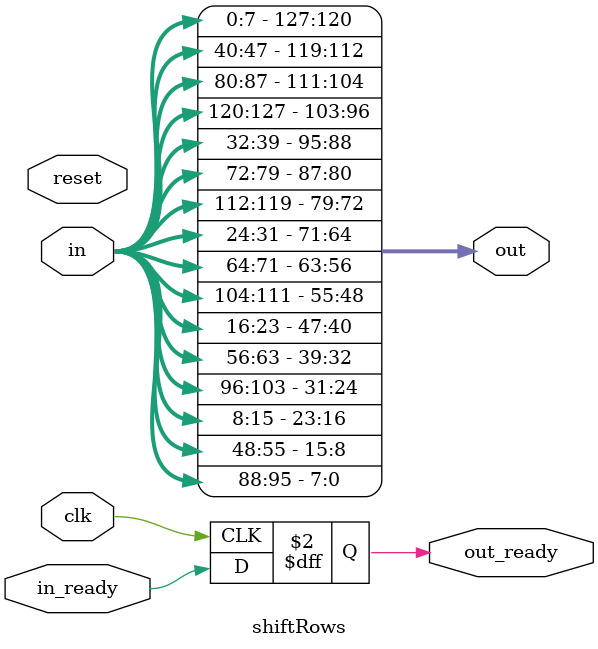
<source format=v>
module shiftRows(clk, reset, in, in_ready, out, out_ready);

	// Column Major Concept -- a0,a1,a2,a3 are in 1 column
	input clk, reset;
	input in_ready;
	input [0:127] in;
	output [0:127] out;
	output reg out_ready;
	
	// Introduced clk, reset to have a track of combinational propagational delay.
	always @(posedge clk) begin
		out_ready <= in_ready;
	end
	
	genvar i, j;
	generate 
		for(i=0 ; i<4; i=i+1) begin : shiftRows_row
			for(j=0 ; j<4; j=j+1) begin : shiftRows_col
				assign out[((i+(4*j))*8) +: 8] = in[((((5*i)+(4*j))%16)*8)+: 8];
			end
		end
	endgenerate
endmodule
</source>
